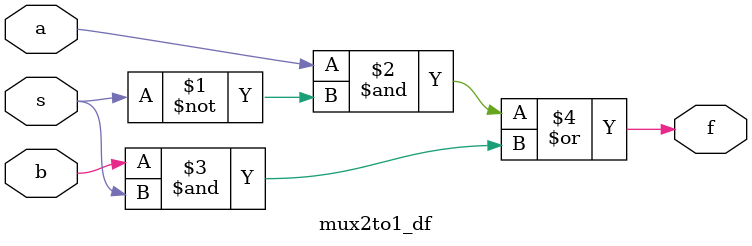
<source format=v>
module mux2to1_df(a,b,s,f);
    input a,b,s;
    output f;
    assign f = (a&~s)|(b&s);
endmodule
</source>
